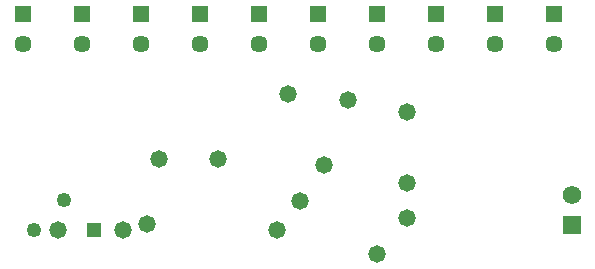
<source format=gbs>
G04*
G04 #@! TF.GenerationSoftware,Altium Limited,Altium Designer,25.1.2 (22)*
G04*
G04 Layer_Color=16711935*
%FSLAX44Y44*%
%MOMM*%
G71*
G04*
G04 #@! TF.SameCoordinates,AD346B73-5CDA-477C-9317-97912F4A6BFF*
G04*
G04*
G04 #@! TF.FilePolarity,Negative*
G04*
G01*
G75*
%ADD24C,1.4500*%
%ADD25R,1.4500X1.4500*%
%ADD26C,1.5700*%
%ADD27R,1.5700X1.5700*%
%ADD28C,1.2500*%
%ADD29R,1.2500X1.2500*%
%ADD30C,1.4732*%
D24*
X30000Y217300D02*
D03*
X80000D02*
D03*
X130000D02*
D03*
X180000D02*
D03*
X230000D02*
D03*
X280000D02*
D03*
X330000D02*
D03*
X380000D02*
D03*
X430000D02*
D03*
X480000D02*
D03*
D25*
X30000Y242700D02*
D03*
X80000D02*
D03*
X130000D02*
D03*
X180000D02*
D03*
X230000D02*
D03*
X280000D02*
D03*
X330000D02*
D03*
X380000D02*
D03*
X430000D02*
D03*
X480000D02*
D03*
D26*
X495000Y90000D02*
D03*
D27*
Y64600D02*
D03*
D28*
X65000Y85550D02*
D03*
X39600Y60150D02*
D03*
D29*
X90400D02*
D03*
D30*
X330000Y40000D02*
D03*
X355000Y100150D02*
D03*
Y70000D02*
D03*
X145000Y120000D02*
D03*
X135000Y65000D02*
D03*
X60000Y60000D02*
D03*
X115000D02*
D03*
X265000Y85000D02*
D03*
X285000Y115000D02*
D03*
X245000Y60000D02*
D03*
X255000Y175000D02*
D03*
X305000Y170000D02*
D03*
X195000Y120000D02*
D03*
X355000Y160000D02*
D03*
M02*

</source>
